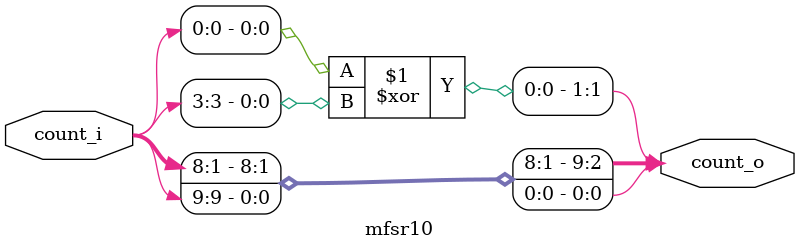
<source format=v>
/***************************************************************************
 *                                                                         *
 *   MFSR10.v - One of Roy Ward's ultra tricky Multiple Feed-back Shift    *
 *     Registers (MFSR). This one is 10-bits wide.                         *
 *                                                                         *
 *   Copyright (C) 2006 by Patrick Suggate and Roy Ward                    *
 *   patrick@physics.otago.ac.nz                                           *
 *                                                                         *
 *   This program is free software; you can redistribute it and/or modify  *
 *   it under the terms of the GNU General Public License as published by  *
 *   the Free Software Foundation; either version 2 of the License, or     *
 *   (at your option) any later version.                                   *
 *                                                                         *
 *   This program is distributed in the hope that it will be useful,       *
 *   but WITHOUT ANY WARRANTY; without even the implied warranty of        *
 *   MERCHANTABILITY or FITNESS FOR A PARTICULAR PURPOSE.  See the         *
 *   GNU General Public License for more details.                          *
 *                                                                         *
 *   You should have received a copy of the GNU General Public License     *
 *   along with this program; if not, write to the                         *
 *   Free Software Foundation, Inc.,                                       *
 *   59 Temple Place - Suite 330, Boston, MA  02111-1307, USA.             *
 ***************************************************************************/

`timescale 1ns/100ps
module	mfsr10 (
		count_i,
		count_o
	);
	
	input	[9:0]	count_i;
	output	[9:0]	count_o;
	
	assign	#1 count_o	= {count_i[8:1], count_i[0]^count_i[3], count_i[9]};
	
endmodule	//	mfsr10

</source>
